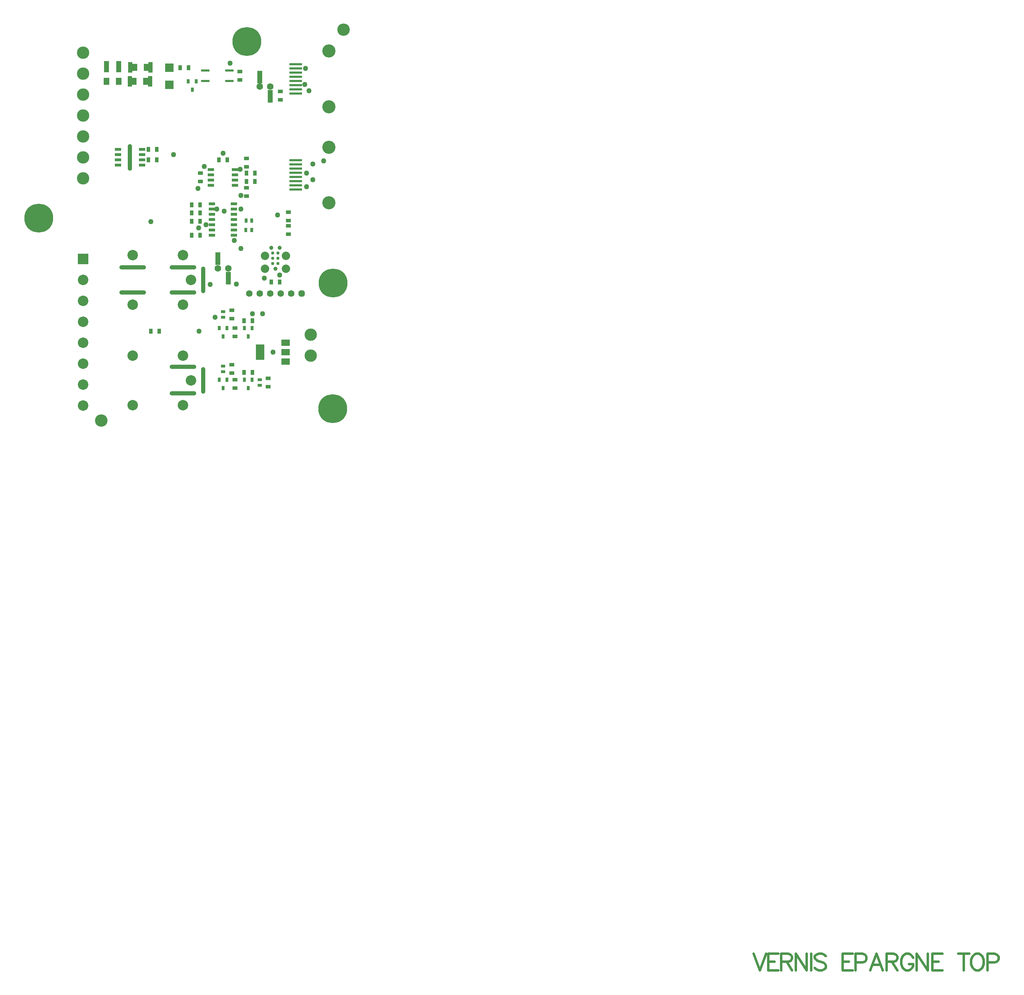
<source format=gts>
G04*
G04 #@! TF.GenerationSoftware,Altium Limited,Altium Designer,18.1.6 (161)*
G04*
G04 Layer_Color=8388736*
%FSLAX25Y25*%
%MOIN*%
G70*
G01*
G75*
%ADD11C,0.02362*%
%ADD20R,0.03500X0.05000*%
%ADD21R,0.05315X0.07087*%
%ADD22R,0.04000X0.09843*%
%ADD23R,0.02854X0.04000*%
%ADD24R,0.05000X0.03500*%
%ADD25R,0.05000X0.12205*%
%ADD26R,0.12008X0.02362*%
%ADD27R,0.08465X0.02362*%
%ADD28R,0.04000X0.02854*%
%ADD29C,0.03100*%
%ADD30R,0.08000X0.15000*%
%ADD31R,0.08000X0.06000*%
%ADD32R,0.03000X0.04000*%
%ADD33R,0.05910X0.03030*%
%ADD34R,0.06000X0.02500*%
%ADD35R,0.05000X0.11023*%
%ADD37R,0.08000X0.08000*%
%ADD38O,0.11874X0.11811*%
%ADD39O,0.04000X0.25600*%
%ADD40O,0.25600X0.04000*%
%ADD41C,0.27559*%
%ADD42C,0.12598*%
%ADD43C,0.11811*%
%ADD44C,0.08000*%
%ADD45C,0.03900*%
%ADD46C,0.10000*%
%ADD47R,0.10000X0.10000*%
%ADD48C,0.06300*%
%ADD49P,0.06819X8X202.5*%
%ADD50C,0.05000*%
D11*
X705180Y-501454D02*
X711178Y-517198D01*
X717175Y-501454D02*
X711178Y-517198D01*
X728946Y-501454D02*
X719200D01*
Y-517198D01*
X728946D01*
X719200Y-508951D02*
X725198D01*
X731571Y-501454D02*
Y-517198D01*
Y-501454D02*
X738318D01*
X740568Y-502204D01*
X741317Y-502953D01*
X742067Y-504453D01*
Y-505952D01*
X741317Y-507452D01*
X740568Y-508202D01*
X738318Y-508951D01*
X731571D01*
X736819D02*
X742067Y-517198D01*
X745591Y-501454D02*
Y-517198D01*
Y-501454D02*
X756087Y-517198D01*
Y-501454D02*
Y-517198D01*
X760436Y-501454D02*
Y-517198D01*
X774231Y-503703D02*
X772732Y-502204D01*
X770482Y-501454D01*
X767484D01*
X765234Y-502204D01*
X763735Y-503703D01*
Y-505202D01*
X764485Y-506702D01*
X765234Y-507452D01*
X766734Y-508202D01*
X771232Y-509701D01*
X772732Y-510451D01*
X773481Y-511201D01*
X774231Y-512700D01*
Y-514949D01*
X772732Y-516449D01*
X770482Y-517198D01*
X767484D01*
X765234Y-516449D01*
X763735Y-514949D01*
X799872Y-501454D02*
X790126D01*
Y-517198D01*
X799872D01*
X790126Y-508951D02*
X796124D01*
X802497Y-509701D02*
X809244D01*
X811493Y-508951D01*
X812243Y-508202D01*
X812993Y-506702D01*
Y-504453D01*
X812243Y-502953D01*
X811493Y-502204D01*
X809244Y-501454D01*
X802497D01*
Y-517198D01*
X828513D02*
X822515Y-501454D01*
X816517Y-517198D01*
X818766Y-511950D02*
X826264D01*
X832187Y-501454D02*
Y-517198D01*
Y-501454D02*
X838934D01*
X841183Y-502204D01*
X841933Y-502953D01*
X842683Y-504453D01*
Y-505952D01*
X841933Y-507452D01*
X841183Y-508202D01*
X838934Y-508951D01*
X832187D01*
X837435D02*
X842683Y-517198D01*
X857453Y-505202D02*
X856703Y-503703D01*
X855204Y-502204D01*
X853704Y-501454D01*
X850705D01*
X849206Y-502204D01*
X847706Y-503703D01*
X846957Y-505202D01*
X846207Y-507452D01*
Y-511201D01*
X846957Y-513450D01*
X847706Y-514949D01*
X849206Y-516449D01*
X850705Y-517198D01*
X853704D01*
X855204Y-516449D01*
X856703Y-514949D01*
X857453Y-513450D01*
Y-511201D01*
X853704D02*
X857453D01*
X861052Y-501454D02*
Y-517198D01*
Y-501454D02*
X871548Y-517198D01*
Y-501454D02*
Y-517198D01*
X885643Y-501454D02*
X875897D01*
Y-517198D01*
X885643D01*
X875897Y-508951D02*
X881895D01*
X905886Y-501454D02*
Y-517198D01*
X900638Y-501454D02*
X911135D01*
X917507D02*
X916008Y-502204D01*
X914509Y-503703D01*
X913759Y-505202D01*
X913009Y-507452D01*
Y-511201D01*
X913759Y-513450D01*
X914509Y-514949D01*
X916008Y-516449D01*
X917507Y-517198D01*
X920506D01*
X922006Y-516449D01*
X923505Y-514949D01*
X924255Y-513450D01*
X925005Y-511201D01*
Y-507452D01*
X924255Y-505202D01*
X923505Y-503703D01*
X922006Y-502204D01*
X920506Y-501454D01*
X917507D01*
X928679Y-509701D02*
X935426D01*
X937676Y-508951D01*
X938425Y-508202D01*
X939175Y-506702D01*
Y-504453D01*
X938425Y-502953D01*
X937676Y-502204D01*
X935426Y-501454D01*
X928679D01*
Y-517198D01*
D20*
X129917Y93051D02*
D03*
X137917D02*
D03*
X218917Y53551D02*
D03*
X226917D02*
D03*
X221354Y244030D02*
D03*
X229354D02*
D03*
X221354Y236030D02*
D03*
X229354D02*
D03*
X177000Y184551D02*
D03*
X169000D02*
D03*
X176917Y198051D02*
D03*
X168917D02*
D03*
X176917Y206051D02*
D03*
X168917D02*
D03*
X218917Y103051D02*
D03*
X226917D02*
D03*
X158000Y344500D02*
D03*
X166000D02*
D03*
X168917Y213551D02*
D03*
X176917D02*
D03*
X253000Y140000D02*
D03*
X245000D02*
D03*
X202854Y256530D02*
D03*
X194854D02*
D03*
X135500Y266500D02*
D03*
X127500D02*
D03*
Y256500D02*
D03*
X135500D02*
D03*
D21*
X125807Y345000D02*
D03*
X114193D02*
D03*
X87693Y331500D02*
D03*
X99307D02*
D03*
X113693D02*
D03*
X125307D02*
D03*
D22*
X129646Y345000D02*
D03*
X110354D02*
D03*
X109854Y331500D02*
D03*
X129146D02*
D03*
D23*
X220783Y198500D02*
D03*
X226217D02*
D03*
X220701Y189551D02*
D03*
X226134D02*
D03*
D24*
X215000Y333000D02*
D03*
Y341000D02*
D03*
X207417Y53051D02*
D03*
Y61051D02*
D03*
X221417Y230051D02*
D03*
Y222051D02*
D03*
X261417Y193551D02*
D03*
Y185551D02*
D03*
X210417Y46551D02*
D03*
Y38551D02*
D03*
X207417Y105051D02*
D03*
Y113051D02*
D03*
X261417Y206551D02*
D03*
Y198551D02*
D03*
X241917Y48051D02*
D03*
Y40051D02*
D03*
X210417Y96051D02*
D03*
Y88051D02*
D03*
X177354Y236030D02*
D03*
Y244030D02*
D03*
X221354Y258030D02*
D03*
Y250030D02*
D03*
X253500Y314000D02*
D03*
Y322000D02*
D03*
D25*
X244000Y317248D02*
D03*
X234000Y335752D02*
D03*
X193936Y162252D02*
D03*
X203936Y143748D02*
D03*
D26*
X268149Y320044D02*
D03*
Y324044D02*
D03*
Y328044D02*
D03*
Y332044D02*
D03*
Y336044D02*
D03*
Y340044D02*
D03*
Y344044D02*
D03*
Y348044D02*
D03*
X268137Y228182D02*
D03*
Y232182D02*
D03*
Y236182D02*
D03*
Y240182D02*
D03*
Y244182D02*
D03*
Y248182D02*
D03*
Y252182D02*
D03*
Y256182D02*
D03*
D27*
X204917Y332000D02*
D03*
Y342000D02*
D03*
X182083Y332000D02*
D03*
Y342000D02*
D03*
D28*
X198917Y54335D02*
D03*
Y59768D02*
D03*
Y106335D02*
D03*
Y111768D02*
D03*
X233917Y46768D02*
D03*
Y41335D02*
D03*
D29*
X251417Y157551D02*
D03*
X246417D02*
D03*
Y162551D02*
D03*
Y167551D02*
D03*
X251417Y162551D02*
D03*
Y167551D02*
D03*
D30*
X234167Y72940D02*
D03*
D31*
X258667Y82060D02*
D03*
Y73000D02*
D03*
Y63940D02*
D03*
D32*
X222917Y38551D02*
D03*
X226667Y46551D02*
D03*
X219167D02*
D03*
X198917Y38551D02*
D03*
X202667Y46551D02*
D03*
X195167D02*
D03*
X169500Y323500D02*
D03*
X173250Y331500D02*
D03*
X165750D02*
D03*
X198917Y88051D02*
D03*
X202667Y96051D02*
D03*
X195167D02*
D03*
X222917Y88051D02*
D03*
X226667Y96051D02*
D03*
X219167D02*
D03*
D33*
X98500Y266551D02*
D03*
Y261551D02*
D03*
Y256551D02*
D03*
Y251551D02*
D03*
X121500D02*
D03*
Y256551D02*
D03*
Y261551D02*
D03*
Y266551D02*
D03*
X187436Y247479D02*
D03*
Y242479D02*
D03*
Y237479D02*
D03*
Y232479D02*
D03*
X210436D02*
D03*
Y237479D02*
D03*
Y242479D02*
D03*
Y247479D02*
D03*
D34*
X188417Y214551D02*
D03*
Y209551D02*
D03*
Y204551D02*
D03*
Y199551D02*
D03*
Y194551D02*
D03*
Y189551D02*
D03*
Y184551D02*
D03*
X209417Y194551D02*
D03*
Y199551D02*
D03*
Y204551D02*
D03*
Y209551D02*
D03*
Y214551D02*
D03*
Y184551D02*
D03*
Y189551D02*
D03*
D35*
X99405Y345500D02*
D03*
X87595D02*
D03*
D37*
X147500Y344770D02*
D03*
Y328230D02*
D03*
D38*
X82500Y7500D02*
D03*
X314000Y381000D02*
D03*
D39*
X180000Y46000D02*
D03*
Y142000D02*
D03*
X110000Y259000D02*
D03*
D40*
X160500Y33500D02*
D03*
Y59000D02*
D03*
Y154000D02*
D03*
Y130000D02*
D03*
X112500D02*
D03*
Y154000D02*
D03*
D41*
X221500Y369500D02*
D03*
X304000Y139000D02*
D03*
X23000Y201000D02*
D03*
X303500Y19000D02*
D03*
D42*
X300004Y268757D02*
D03*
Y215607D02*
D03*
X300016Y360619D02*
D03*
Y307469D02*
D03*
D43*
X65417Y319051D02*
D03*
Y339051D02*
D03*
Y359051D02*
D03*
Y299051D02*
D03*
Y279051D02*
D03*
Y259051D02*
D03*
Y239051D02*
D03*
X282500Y89500D02*
D03*
Y69500D02*
D03*
D44*
X258917Y165051D02*
D03*
X238917D02*
D03*
X258917Y152551D02*
D03*
X238917D02*
D03*
D45*
X248917D02*
D03*
X244917Y172551D02*
D03*
X252917D02*
D03*
D46*
X160543Y118429D02*
D03*
X112513D02*
D03*
X160543Y165673D02*
D03*
X112513D02*
D03*
X168417Y142051D02*
D03*
X65354Y141929D02*
D03*
Y121929D02*
D03*
Y101929D02*
D03*
Y81929D02*
D03*
Y61929D02*
D03*
Y41929D02*
D03*
Y21929D02*
D03*
X160543Y22429D02*
D03*
X112513D02*
D03*
X160543Y69673D02*
D03*
X112513D02*
D03*
X168417Y46051D02*
D03*
D47*
X65354Y161929D02*
D03*
D48*
X254000Y129000D02*
D03*
X264000D02*
D03*
X244000D02*
D03*
X234000D02*
D03*
X224000D02*
D03*
X193936Y153000D02*
D03*
X203936D02*
D03*
X244000Y326500D02*
D03*
X234000D02*
D03*
D49*
X274000Y129000D02*
D03*
D50*
X253000Y146500D02*
D03*
X277000Y328500D02*
D03*
X199000Y263000D02*
D03*
X182500Y194500D02*
D03*
X251000Y204000D02*
D03*
X278500Y231000D02*
D03*
X281000Y322500D02*
D03*
X215934Y172034D02*
D03*
X209500Y179500D02*
D03*
X284500Y237522D02*
D03*
X151500Y261500D02*
D03*
X130000Y197500D02*
D03*
X186500Y137500D02*
D03*
X200000Y207500D02*
D03*
X238127Y143506D02*
D03*
X215173Y247530D02*
D03*
X192992Y209551D02*
D03*
X211500Y138000D02*
D03*
X174936Y229479D02*
D03*
X175500Y191500D02*
D03*
X180854Y250479D02*
D03*
X175949Y93051D02*
D03*
X246500Y72940D02*
D03*
X236583Y109488D02*
D03*
X191278Y106335D02*
D03*
X226917Y109500D02*
D03*
X295000Y255500D02*
D03*
X215917Y209551D02*
D03*
X216000Y222500D02*
D03*
X284681Y252500D02*
D03*
X278500Y244000D02*
D03*
X277500Y344000D02*
D03*
X205500Y349000D02*
D03*
M02*

</source>
